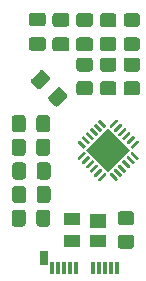
<source format=gbs>
%TF.GenerationSoftware,KiCad,Pcbnew,(5.1.9)-1*%
%TF.CreationDate,2021-07-10T22:32:32+01:00*%
%TF.ProjectId,DigiMesh Dongle,44696769-4d65-4736-9820-446f6e676c65,rev?*%
%TF.SameCoordinates,Original*%
%TF.FileFunction,Soldermask,Bot*%
%TF.FilePolarity,Negative*%
%FSLAX46Y46*%
G04 Gerber Fmt 4.6, Leading zero omitted, Abs format (unit mm)*
G04 Created by KiCad (PCBNEW (5.1.9)-1) date 2021-07-10 22:32:32*
%MOMM*%
%LPD*%
G01*
G04 APERTURE LIST*
%ADD10R,0.320000X1.000000*%
%ADD11R,0.650000X1.150000*%
%ADD12C,0.100000*%
%ADD13R,1.400000X1.200000*%
%ADD14R,1.400000X1.000000*%
G04 APERTURE END LIST*
D10*
%TO.C,J1*%
X135500000Y-69000000D03*
X135000000Y-69000000D03*
X134500000Y-69000000D03*
X134000000Y-69000000D03*
X133500000Y-69000000D03*
X132000000Y-69000000D03*
X131500000Y-69000000D03*
X131000000Y-69000000D03*
X130500000Y-69000000D03*
X130000000Y-69000000D03*
D11*
X129330000Y-68160000D03*
%TD*%
%TO.C,U1*%
G36*
G01*
X134016377Y-61589779D02*
X133927988Y-61501390D01*
G75*
G02*
X133927988Y-61413002I44194J44194D01*
G01*
X134422963Y-60918027D01*
G75*
G02*
X134511351Y-60918027I44194J-44194D01*
G01*
X134599740Y-61006416D01*
G75*
G02*
X134599740Y-61094804I-44194J-44194D01*
G01*
X134104765Y-61589779D01*
G75*
G02*
X134016377Y-61589779I-44194J44194D01*
G01*
G37*
G36*
G01*
X133662824Y-61236225D02*
X133574435Y-61147836D01*
G75*
G02*
X133574435Y-61059448I44194J44194D01*
G01*
X134069410Y-60564473D01*
G75*
G02*
X134157798Y-60564473I44194J-44194D01*
G01*
X134246187Y-60652862D01*
G75*
G02*
X134246187Y-60741250I-44194J-44194D01*
G01*
X133751212Y-61236225D01*
G75*
G02*
X133662824Y-61236225I-44194J44194D01*
G01*
G37*
G36*
G01*
X133309270Y-60882672D02*
X133220881Y-60794283D01*
G75*
G02*
X133220881Y-60705895I44194J44194D01*
G01*
X133715856Y-60210920D01*
G75*
G02*
X133804244Y-60210920I44194J-44194D01*
G01*
X133892633Y-60299309D01*
G75*
G02*
X133892633Y-60387697I-44194J-44194D01*
G01*
X133397658Y-60882672D01*
G75*
G02*
X133309270Y-60882672I-44194J44194D01*
G01*
G37*
G36*
G01*
X132955717Y-60529119D02*
X132867328Y-60440730D01*
G75*
G02*
X132867328Y-60352342I44194J44194D01*
G01*
X133362303Y-59857367D01*
G75*
G02*
X133450691Y-59857367I44194J-44194D01*
G01*
X133539080Y-59945756D01*
G75*
G02*
X133539080Y-60034144I-44194J-44194D01*
G01*
X133044105Y-60529119D01*
G75*
G02*
X132955717Y-60529119I-44194J44194D01*
G01*
G37*
G36*
G01*
X132602164Y-60175565D02*
X132513775Y-60087176D01*
G75*
G02*
X132513775Y-59998788I44194J44194D01*
G01*
X133008750Y-59503813D01*
G75*
G02*
X133097138Y-59503813I44194J-44194D01*
G01*
X133185527Y-59592202D01*
G75*
G02*
X133185527Y-59680590I-44194J-44194D01*
G01*
X132690552Y-60175565D01*
G75*
G02*
X132602164Y-60175565I-44194J44194D01*
G01*
G37*
G36*
G01*
X132248610Y-59822012D02*
X132160221Y-59733623D01*
G75*
G02*
X132160221Y-59645235I44194J44194D01*
G01*
X132655196Y-59150260D01*
G75*
G02*
X132743584Y-59150260I44194J-44194D01*
G01*
X132831973Y-59238649D01*
G75*
G02*
X132831973Y-59327037I-44194J-44194D01*
G01*
X132336998Y-59822012D01*
G75*
G02*
X132248610Y-59822012I-44194J44194D01*
G01*
G37*
G36*
G01*
X132655196Y-58849740D02*
X132160221Y-58354765D01*
G75*
G02*
X132160221Y-58266377I44194J44194D01*
G01*
X132248610Y-58177988D01*
G75*
G02*
X132336998Y-58177988I44194J-44194D01*
G01*
X132831973Y-58672963D01*
G75*
G02*
X132831973Y-58761351I-44194J-44194D01*
G01*
X132743584Y-58849740D01*
G75*
G02*
X132655196Y-58849740I-44194J44194D01*
G01*
G37*
G36*
G01*
X133008750Y-58496187D02*
X132513775Y-58001212D01*
G75*
G02*
X132513775Y-57912824I44194J44194D01*
G01*
X132602164Y-57824435D01*
G75*
G02*
X132690552Y-57824435I44194J-44194D01*
G01*
X133185527Y-58319410D01*
G75*
G02*
X133185527Y-58407798I-44194J-44194D01*
G01*
X133097138Y-58496187D01*
G75*
G02*
X133008750Y-58496187I-44194J44194D01*
G01*
G37*
G36*
G01*
X133362303Y-58142633D02*
X132867328Y-57647658D01*
G75*
G02*
X132867328Y-57559270I44194J44194D01*
G01*
X132955717Y-57470881D01*
G75*
G02*
X133044105Y-57470881I44194J-44194D01*
G01*
X133539080Y-57965856D01*
G75*
G02*
X133539080Y-58054244I-44194J-44194D01*
G01*
X133450691Y-58142633D01*
G75*
G02*
X133362303Y-58142633I-44194J44194D01*
G01*
G37*
G36*
G01*
X133715856Y-57789080D02*
X133220881Y-57294105D01*
G75*
G02*
X133220881Y-57205717I44194J44194D01*
G01*
X133309270Y-57117328D01*
G75*
G02*
X133397658Y-57117328I44194J-44194D01*
G01*
X133892633Y-57612303D01*
G75*
G02*
X133892633Y-57700691I-44194J-44194D01*
G01*
X133804244Y-57789080D01*
G75*
G02*
X133715856Y-57789080I-44194J44194D01*
G01*
G37*
G36*
G01*
X134069410Y-57435527D02*
X133574435Y-56940552D01*
G75*
G02*
X133574435Y-56852164I44194J44194D01*
G01*
X133662824Y-56763775D01*
G75*
G02*
X133751212Y-56763775I44194J-44194D01*
G01*
X134246187Y-57258750D01*
G75*
G02*
X134246187Y-57347138I-44194J-44194D01*
G01*
X134157798Y-57435527D01*
G75*
G02*
X134069410Y-57435527I-44194J44194D01*
G01*
G37*
G36*
G01*
X134422963Y-57081973D02*
X133927988Y-56586998D01*
G75*
G02*
X133927988Y-56498610I44194J44194D01*
G01*
X134016377Y-56410221D01*
G75*
G02*
X134104765Y-56410221I44194J-44194D01*
G01*
X134599740Y-56905196D01*
G75*
G02*
X134599740Y-56993584I-44194J-44194D01*
G01*
X134511351Y-57081973D01*
G75*
G02*
X134422963Y-57081973I-44194J44194D01*
G01*
G37*
G36*
G01*
X134988649Y-57081973D02*
X134900260Y-56993584D01*
G75*
G02*
X134900260Y-56905196I44194J44194D01*
G01*
X135395235Y-56410221D01*
G75*
G02*
X135483623Y-56410221I44194J-44194D01*
G01*
X135572012Y-56498610D01*
G75*
G02*
X135572012Y-56586998I-44194J-44194D01*
G01*
X135077037Y-57081973D01*
G75*
G02*
X134988649Y-57081973I-44194J44194D01*
G01*
G37*
G36*
G01*
X135342202Y-57435527D02*
X135253813Y-57347138D01*
G75*
G02*
X135253813Y-57258750I44194J44194D01*
G01*
X135748788Y-56763775D01*
G75*
G02*
X135837176Y-56763775I44194J-44194D01*
G01*
X135925565Y-56852164D01*
G75*
G02*
X135925565Y-56940552I-44194J-44194D01*
G01*
X135430590Y-57435527D01*
G75*
G02*
X135342202Y-57435527I-44194J44194D01*
G01*
G37*
G36*
G01*
X135695756Y-57789080D02*
X135607367Y-57700691D01*
G75*
G02*
X135607367Y-57612303I44194J44194D01*
G01*
X136102342Y-57117328D01*
G75*
G02*
X136190730Y-57117328I44194J-44194D01*
G01*
X136279119Y-57205717D01*
G75*
G02*
X136279119Y-57294105I-44194J-44194D01*
G01*
X135784144Y-57789080D01*
G75*
G02*
X135695756Y-57789080I-44194J44194D01*
G01*
G37*
G36*
G01*
X136049309Y-58142633D02*
X135960920Y-58054244D01*
G75*
G02*
X135960920Y-57965856I44194J44194D01*
G01*
X136455895Y-57470881D01*
G75*
G02*
X136544283Y-57470881I44194J-44194D01*
G01*
X136632672Y-57559270D01*
G75*
G02*
X136632672Y-57647658I-44194J-44194D01*
G01*
X136137697Y-58142633D01*
G75*
G02*
X136049309Y-58142633I-44194J44194D01*
G01*
G37*
G36*
G01*
X136402862Y-58496187D02*
X136314473Y-58407798D01*
G75*
G02*
X136314473Y-58319410I44194J44194D01*
G01*
X136809448Y-57824435D01*
G75*
G02*
X136897836Y-57824435I44194J-44194D01*
G01*
X136986225Y-57912824D01*
G75*
G02*
X136986225Y-58001212I-44194J-44194D01*
G01*
X136491250Y-58496187D01*
G75*
G02*
X136402862Y-58496187I-44194J44194D01*
G01*
G37*
G36*
G01*
X136756416Y-58849740D02*
X136668027Y-58761351D01*
G75*
G02*
X136668027Y-58672963I44194J44194D01*
G01*
X137163002Y-58177988D01*
G75*
G02*
X137251390Y-58177988I44194J-44194D01*
G01*
X137339779Y-58266377D01*
G75*
G02*
X137339779Y-58354765I-44194J-44194D01*
G01*
X136844804Y-58849740D01*
G75*
G02*
X136756416Y-58849740I-44194J44194D01*
G01*
G37*
G36*
G01*
X137163002Y-59822012D02*
X136668027Y-59327037D01*
G75*
G02*
X136668027Y-59238649I44194J44194D01*
G01*
X136756416Y-59150260D01*
G75*
G02*
X136844804Y-59150260I44194J-44194D01*
G01*
X137339779Y-59645235D01*
G75*
G02*
X137339779Y-59733623I-44194J-44194D01*
G01*
X137251390Y-59822012D01*
G75*
G02*
X137163002Y-59822012I-44194J44194D01*
G01*
G37*
G36*
G01*
X136809448Y-60175565D02*
X136314473Y-59680590D01*
G75*
G02*
X136314473Y-59592202I44194J44194D01*
G01*
X136402862Y-59503813D01*
G75*
G02*
X136491250Y-59503813I44194J-44194D01*
G01*
X136986225Y-59998788D01*
G75*
G02*
X136986225Y-60087176I-44194J-44194D01*
G01*
X136897836Y-60175565D01*
G75*
G02*
X136809448Y-60175565I-44194J44194D01*
G01*
G37*
G36*
G01*
X136455895Y-60529119D02*
X135960920Y-60034144D01*
G75*
G02*
X135960920Y-59945756I44194J44194D01*
G01*
X136049309Y-59857367D01*
G75*
G02*
X136137697Y-59857367I44194J-44194D01*
G01*
X136632672Y-60352342D01*
G75*
G02*
X136632672Y-60440730I-44194J-44194D01*
G01*
X136544283Y-60529119D01*
G75*
G02*
X136455895Y-60529119I-44194J44194D01*
G01*
G37*
G36*
G01*
X136102342Y-60882672D02*
X135607367Y-60387697D01*
G75*
G02*
X135607367Y-60299309I44194J44194D01*
G01*
X135695756Y-60210920D01*
G75*
G02*
X135784144Y-60210920I44194J-44194D01*
G01*
X136279119Y-60705895D01*
G75*
G02*
X136279119Y-60794283I-44194J-44194D01*
G01*
X136190730Y-60882672D01*
G75*
G02*
X136102342Y-60882672I-44194J44194D01*
G01*
G37*
G36*
G01*
X135748788Y-61236225D02*
X135253813Y-60741250D01*
G75*
G02*
X135253813Y-60652862I44194J44194D01*
G01*
X135342202Y-60564473D01*
G75*
G02*
X135430590Y-60564473I44194J-44194D01*
G01*
X135925565Y-61059448D01*
G75*
G02*
X135925565Y-61147836I-44194J-44194D01*
G01*
X135837176Y-61236225D01*
G75*
G02*
X135748788Y-61236225I-44194J44194D01*
G01*
G37*
G36*
G01*
X135395235Y-61589779D02*
X134900260Y-61094804D01*
G75*
G02*
X134900260Y-61006416I44194J44194D01*
G01*
X134988649Y-60918027D01*
G75*
G02*
X135077037Y-60918027I44194J-44194D01*
G01*
X135572012Y-61413002D01*
G75*
G02*
X135572012Y-61501390I-44194J-44194D01*
G01*
X135483623Y-61589779D01*
G75*
G02*
X135395235Y-61589779I-44194J44194D01*
G01*
G37*
D12*
G36*
X134750000Y-60838478D02*
G01*
X132911522Y-59000000D01*
X134750000Y-57161522D01*
X136588478Y-59000000D01*
X134750000Y-60838478D01*
G37*
%TD*%
%TO.C,R5*%
G36*
G01*
X134299999Y-47400000D02*
X135200001Y-47400000D01*
G75*
G02*
X135450000Y-47649999I0J-249999D01*
G01*
X135450000Y-48350001D01*
G75*
G02*
X135200001Y-48600000I-249999J0D01*
G01*
X134299999Y-48600000D01*
G75*
G02*
X134050000Y-48350001I0J249999D01*
G01*
X134050000Y-47649999D01*
G75*
G02*
X134299999Y-47400000I249999J0D01*
G01*
G37*
G36*
G01*
X134299999Y-49400000D02*
X135200001Y-49400000D01*
G75*
G02*
X135450000Y-49649999I0J-249999D01*
G01*
X135450000Y-50350001D01*
G75*
G02*
X135200001Y-50600000I-249999J0D01*
G01*
X134299999Y-50600000D01*
G75*
G02*
X134050000Y-50350001I0J249999D01*
G01*
X134050000Y-49649999D01*
G75*
G02*
X134299999Y-49400000I249999J0D01*
G01*
G37*
%TD*%
%TO.C,R4*%
G36*
G01*
X133200001Y-54350000D02*
X132299999Y-54350000D01*
G75*
G02*
X132050000Y-54100001I0J249999D01*
G01*
X132050000Y-53399999D01*
G75*
G02*
X132299999Y-53150000I249999J0D01*
G01*
X133200001Y-53150000D01*
G75*
G02*
X133450000Y-53399999I0J-249999D01*
G01*
X133450000Y-54100001D01*
G75*
G02*
X133200001Y-54350000I-249999J0D01*
G01*
G37*
G36*
G01*
X133200001Y-52350000D02*
X132299999Y-52350000D01*
G75*
G02*
X132050000Y-52100001I0J249999D01*
G01*
X132050000Y-51399999D01*
G75*
G02*
X132299999Y-51150000I249999J0D01*
G01*
X133200001Y-51150000D01*
G75*
G02*
X133450000Y-51399999I0J-249999D01*
G01*
X133450000Y-52100001D01*
G75*
G02*
X133200001Y-52350000I-249999J0D01*
G01*
G37*
%TD*%
%TO.C,R3*%
G36*
G01*
X134299999Y-51150000D02*
X135200001Y-51150000D01*
G75*
G02*
X135450000Y-51399999I0J-249999D01*
G01*
X135450000Y-52100001D01*
G75*
G02*
X135200001Y-52350000I-249999J0D01*
G01*
X134299999Y-52350000D01*
G75*
G02*
X134050000Y-52100001I0J249999D01*
G01*
X134050000Y-51399999D01*
G75*
G02*
X134299999Y-51150000I249999J0D01*
G01*
G37*
G36*
G01*
X134299999Y-53150000D02*
X135200001Y-53150000D01*
G75*
G02*
X135450000Y-53399999I0J-249999D01*
G01*
X135450000Y-54100001D01*
G75*
G02*
X135200001Y-54350000I-249999J0D01*
G01*
X134299999Y-54350000D01*
G75*
G02*
X134050000Y-54100001I0J249999D01*
G01*
X134050000Y-53399999D01*
G75*
G02*
X134299999Y-53150000I249999J0D01*
G01*
G37*
%TD*%
%TO.C,R2*%
G36*
G01*
X136299999Y-51150000D02*
X137200001Y-51150000D01*
G75*
G02*
X137450000Y-51399999I0J-249999D01*
G01*
X137450000Y-52100001D01*
G75*
G02*
X137200001Y-52350000I-249999J0D01*
G01*
X136299999Y-52350000D01*
G75*
G02*
X136050000Y-52100001I0J249999D01*
G01*
X136050000Y-51399999D01*
G75*
G02*
X136299999Y-51150000I249999J0D01*
G01*
G37*
G36*
G01*
X136299999Y-53150000D02*
X137200001Y-53150000D01*
G75*
G02*
X137450000Y-53399999I0J-249999D01*
G01*
X137450000Y-54100001D01*
G75*
G02*
X137200001Y-54350000I-249999J0D01*
G01*
X136299999Y-54350000D01*
G75*
G02*
X136050000Y-54100001I0J249999D01*
G01*
X136050000Y-53399999D01*
G75*
G02*
X136299999Y-53150000I249999J0D01*
G01*
G37*
%TD*%
%TO.C,R1*%
G36*
G01*
X136700001Y-67350000D02*
X135799999Y-67350000D01*
G75*
G02*
X135550000Y-67100001I0J249999D01*
G01*
X135550000Y-66399999D01*
G75*
G02*
X135799999Y-66150000I249999J0D01*
G01*
X136700001Y-66150000D01*
G75*
G02*
X136950000Y-66399999I0J-249999D01*
G01*
X136950000Y-67100001D01*
G75*
G02*
X136700001Y-67350000I-249999J0D01*
G01*
G37*
G36*
G01*
X136700001Y-65350000D02*
X135799999Y-65350000D01*
G75*
G02*
X135550000Y-65100001I0J249999D01*
G01*
X135550000Y-64399999D01*
G75*
G02*
X135799999Y-64150000I249999J0D01*
G01*
X136700001Y-64150000D01*
G75*
G02*
X136950000Y-64399999I0J-249999D01*
G01*
X136950000Y-65100001D01*
G75*
G02*
X136700001Y-65350000I-249999J0D01*
G01*
G37*
%TD*%
%TO.C,D2*%
G36*
G01*
X136299999Y-47400000D02*
X137200001Y-47400000D01*
G75*
G02*
X137450000Y-47649999I0J-249999D01*
G01*
X137450000Y-48300001D01*
G75*
G02*
X137200001Y-48550000I-249999J0D01*
G01*
X136299999Y-48550000D01*
G75*
G02*
X136050000Y-48300001I0J249999D01*
G01*
X136050000Y-47649999D01*
G75*
G02*
X136299999Y-47400000I249999J0D01*
G01*
G37*
G36*
G01*
X136299999Y-49450000D02*
X137200001Y-49450000D01*
G75*
G02*
X137450000Y-49699999I0J-249999D01*
G01*
X137450000Y-50350001D01*
G75*
G02*
X137200001Y-50600000I-249999J0D01*
G01*
X136299999Y-50600000D01*
G75*
G02*
X136050000Y-50350001I0J249999D01*
G01*
X136050000Y-49699999D01*
G75*
G02*
X136299999Y-49450000I249999J0D01*
G01*
G37*
%TD*%
D13*
%TO.C,D1*%
X133850000Y-64980000D03*
D14*
X133850000Y-66700000D03*
X131650000Y-66700000D03*
X131650000Y-64800000D03*
%TD*%
%TO.C,C9*%
G36*
G01*
X128275000Y-47337500D02*
X129225000Y-47337500D01*
G75*
G02*
X129475000Y-47587500I0J-250000D01*
G01*
X129475000Y-48262500D01*
G75*
G02*
X129225000Y-48512500I-250000J0D01*
G01*
X128275000Y-48512500D01*
G75*
G02*
X128025000Y-48262500I0J250000D01*
G01*
X128025000Y-47587500D01*
G75*
G02*
X128275000Y-47337500I250000J0D01*
G01*
G37*
G36*
G01*
X128275000Y-49412500D02*
X129225000Y-49412500D01*
G75*
G02*
X129475000Y-49662500I0J-250000D01*
G01*
X129475000Y-50337500D01*
G75*
G02*
X129225000Y-50587500I-250000J0D01*
G01*
X128275000Y-50587500D01*
G75*
G02*
X128025000Y-50337500I0J250000D01*
G01*
X128025000Y-49662500D01*
G75*
G02*
X128275000Y-49412500I250000J0D01*
G01*
G37*
%TD*%
%TO.C,C8*%
G36*
G01*
X130275000Y-47375000D02*
X131225000Y-47375000D01*
G75*
G02*
X131475000Y-47625000I0J-250000D01*
G01*
X131475000Y-48300000D01*
G75*
G02*
X131225000Y-48550000I-250000J0D01*
G01*
X130275000Y-48550000D01*
G75*
G02*
X130025000Y-48300000I0J250000D01*
G01*
X130025000Y-47625000D01*
G75*
G02*
X130275000Y-47375000I250000J0D01*
G01*
G37*
G36*
G01*
X130275000Y-49450000D02*
X131225000Y-49450000D01*
G75*
G02*
X131475000Y-49700000I0J-250000D01*
G01*
X131475000Y-50375000D01*
G75*
G02*
X131225000Y-50625000I-250000J0D01*
G01*
X130275000Y-50625000D01*
G75*
G02*
X130025000Y-50375000I0J250000D01*
G01*
X130025000Y-49700000D01*
G75*
G02*
X130275000Y-49450000I250000J0D01*
G01*
G37*
%TD*%
%TO.C,C7*%
G36*
G01*
X132275000Y-47375000D02*
X133225000Y-47375000D01*
G75*
G02*
X133475000Y-47625000I0J-250000D01*
G01*
X133475000Y-48300000D01*
G75*
G02*
X133225000Y-48550000I-250000J0D01*
G01*
X132275000Y-48550000D01*
G75*
G02*
X132025000Y-48300000I0J250000D01*
G01*
X132025000Y-47625000D01*
G75*
G02*
X132275000Y-47375000I250000J0D01*
G01*
G37*
G36*
G01*
X132275000Y-49450000D02*
X133225000Y-49450000D01*
G75*
G02*
X133475000Y-49700000I0J-250000D01*
G01*
X133475000Y-50375000D01*
G75*
G02*
X133225000Y-50625000I-250000J0D01*
G01*
X132275000Y-50625000D01*
G75*
G02*
X132025000Y-50375000I0J250000D01*
G01*
X132025000Y-49700000D01*
G75*
G02*
X132275000Y-49450000I250000J0D01*
G01*
G37*
%TD*%
%TO.C,C6*%
G36*
G01*
X126587500Y-59225000D02*
X126587500Y-58275000D01*
G75*
G02*
X126837500Y-58025000I250000J0D01*
G01*
X127512500Y-58025000D01*
G75*
G02*
X127762500Y-58275000I0J-250000D01*
G01*
X127762500Y-59225000D01*
G75*
G02*
X127512500Y-59475000I-250000J0D01*
G01*
X126837500Y-59475000D01*
G75*
G02*
X126587500Y-59225000I0J250000D01*
G01*
G37*
G36*
G01*
X128662500Y-59225000D02*
X128662500Y-58275000D01*
G75*
G02*
X128912500Y-58025000I250000J0D01*
G01*
X129587500Y-58025000D01*
G75*
G02*
X129837500Y-58275000I0J-250000D01*
G01*
X129837500Y-59225000D01*
G75*
G02*
X129587500Y-59475000I-250000J0D01*
G01*
X128912500Y-59475000D01*
G75*
G02*
X128662500Y-59225000I0J250000D01*
G01*
G37*
%TD*%
%TO.C,C5*%
G36*
G01*
X126587500Y-57225000D02*
X126587500Y-56275000D01*
G75*
G02*
X126837500Y-56025000I250000J0D01*
G01*
X127512500Y-56025000D01*
G75*
G02*
X127762500Y-56275000I0J-250000D01*
G01*
X127762500Y-57225000D01*
G75*
G02*
X127512500Y-57475000I-250000J0D01*
G01*
X126837500Y-57475000D01*
G75*
G02*
X126587500Y-57225000I0J250000D01*
G01*
G37*
G36*
G01*
X128662500Y-57225000D02*
X128662500Y-56275000D01*
G75*
G02*
X128912500Y-56025000I250000J0D01*
G01*
X129587500Y-56025000D01*
G75*
G02*
X129837500Y-56275000I0J-250000D01*
G01*
X129837500Y-57225000D01*
G75*
G02*
X129587500Y-57475000I-250000J0D01*
G01*
X128912500Y-57475000D01*
G75*
G02*
X128662500Y-57225000I0J250000D01*
G01*
G37*
%TD*%
%TO.C,C4*%
G36*
G01*
X128265076Y-52936827D02*
X128936827Y-52265076D01*
G75*
G02*
X129290381Y-52265076I176777J-176777D01*
G01*
X129767678Y-52742373D01*
G75*
G02*
X129767678Y-53095927I-176777J-176777D01*
G01*
X129095927Y-53767678D01*
G75*
G02*
X128742373Y-53767678I-176777J176777D01*
G01*
X128265076Y-53290381D01*
G75*
G02*
X128265076Y-52936827I176777J176777D01*
G01*
G37*
G36*
G01*
X129732322Y-54404073D02*
X130404073Y-53732322D01*
G75*
G02*
X130757627Y-53732322I176777J-176777D01*
G01*
X131234924Y-54209619D01*
G75*
G02*
X131234924Y-54563173I-176777J-176777D01*
G01*
X130563173Y-55234924D01*
G75*
G02*
X130209619Y-55234924I-176777J176777D01*
G01*
X129732322Y-54757627D01*
G75*
G02*
X129732322Y-54404073I176777J176777D01*
G01*
G37*
%TD*%
%TO.C,C3*%
G36*
G01*
X126625000Y-61225000D02*
X126625000Y-60275000D01*
G75*
G02*
X126875000Y-60025000I250000J0D01*
G01*
X127550000Y-60025000D01*
G75*
G02*
X127800000Y-60275000I0J-250000D01*
G01*
X127800000Y-61225000D01*
G75*
G02*
X127550000Y-61475000I-250000J0D01*
G01*
X126875000Y-61475000D01*
G75*
G02*
X126625000Y-61225000I0J250000D01*
G01*
G37*
G36*
G01*
X128700000Y-61225000D02*
X128700000Y-60275000D01*
G75*
G02*
X128950000Y-60025000I250000J0D01*
G01*
X129625000Y-60025000D01*
G75*
G02*
X129875000Y-60275000I0J-250000D01*
G01*
X129875000Y-61225000D01*
G75*
G02*
X129625000Y-61475000I-250000J0D01*
G01*
X128950000Y-61475000D01*
G75*
G02*
X128700000Y-61225000I0J250000D01*
G01*
G37*
%TD*%
%TO.C,C2*%
G36*
G01*
X126625000Y-63225000D02*
X126625000Y-62275000D01*
G75*
G02*
X126875000Y-62025000I250000J0D01*
G01*
X127550000Y-62025000D01*
G75*
G02*
X127800000Y-62275000I0J-250000D01*
G01*
X127800000Y-63225000D01*
G75*
G02*
X127550000Y-63475000I-250000J0D01*
G01*
X126875000Y-63475000D01*
G75*
G02*
X126625000Y-63225000I0J250000D01*
G01*
G37*
G36*
G01*
X128700000Y-63225000D02*
X128700000Y-62275000D01*
G75*
G02*
X128950000Y-62025000I250000J0D01*
G01*
X129625000Y-62025000D01*
G75*
G02*
X129875000Y-62275000I0J-250000D01*
G01*
X129875000Y-63225000D01*
G75*
G02*
X129625000Y-63475000I-250000J0D01*
G01*
X128950000Y-63475000D01*
G75*
G02*
X128700000Y-63225000I0J250000D01*
G01*
G37*
%TD*%
%TO.C,C1*%
G36*
G01*
X126587500Y-65225000D02*
X126587500Y-64275000D01*
G75*
G02*
X126837500Y-64025000I250000J0D01*
G01*
X127512500Y-64025000D01*
G75*
G02*
X127762500Y-64275000I0J-250000D01*
G01*
X127762500Y-65225000D01*
G75*
G02*
X127512500Y-65475000I-250000J0D01*
G01*
X126837500Y-65475000D01*
G75*
G02*
X126587500Y-65225000I0J250000D01*
G01*
G37*
G36*
G01*
X128662500Y-65225000D02*
X128662500Y-64275000D01*
G75*
G02*
X128912500Y-64025000I250000J0D01*
G01*
X129587500Y-64025000D01*
G75*
G02*
X129837500Y-64275000I0J-250000D01*
G01*
X129837500Y-65225000D01*
G75*
G02*
X129587500Y-65475000I-250000J0D01*
G01*
X128912500Y-65475000D01*
G75*
G02*
X128662500Y-65225000I0J250000D01*
G01*
G37*
%TD*%
M02*

</source>
